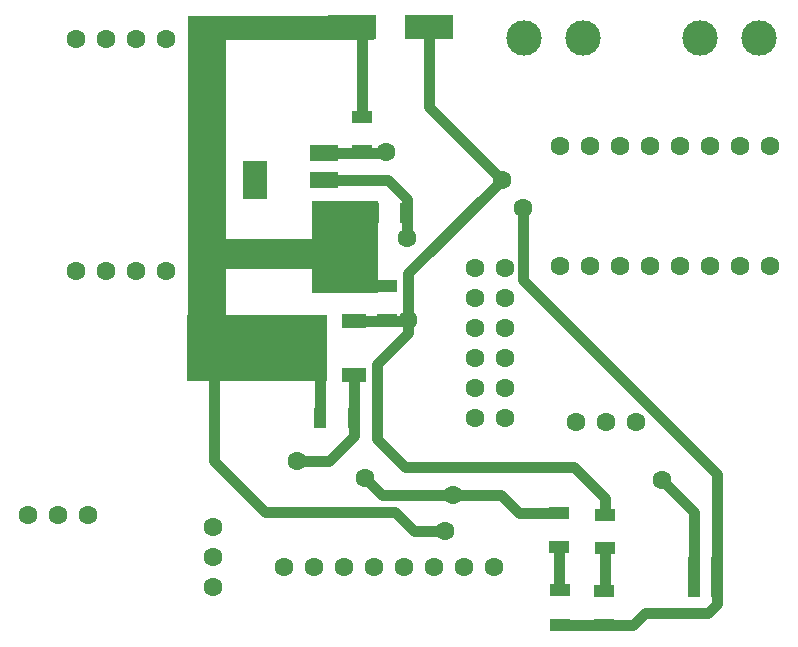
<source format=gtl>
%FSDAX24Y24*%
%MOIN*%
%SFA1B1*%

%IPPOS*%
%ADD10R,0.068900X0.043310*%
%ADD11R,0.043310X0.068900*%
%ADD12R,0.069690X0.040950*%
%ADD13R,0.159450X0.080710*%
%ADD14R,0.066930X0.041340*%
%ADD15R,0.084650X0.039370*%
%ADD16R,0.094490X0.055120*%
%ADD17R,0.084650X0.127950*%
%ADD18R,0.271650X0.216540*%
%ADD19R,0.082680X0.047240*%
%ADD20R,0.039370X0.137800*%
%ADD21C,0.035000*%
%ADD22R,0.519000X0.093000*%
%ADD23R,0.128000X0.530000*%
%ADD24R,0.467000X0.219000*%
%ADD25R,0.623000X0.081000*%
%ADD26R,0.128000X0.504000*%
%ADD27R,0.219000X0.305000*%
%ADD28C,0.062990*%
%ADD29C,0.118110*%
%ADD30C,0.050000*%
%LNpcb_potencia_motores-1*%
%LPD*%
G54D10*
X013760Y013729D03*
Y014851D03*
X014580Y008099D03*
Y009221D03*
G54D11*
X015221Y011660D03*
X014099D03*
X013481Y004820D03*
X012359D03*
G54D12*
X021830Y-002085D03*
Y-000940D03*
X020340Y-002065D03*
Y-000920D03*
G54D13*
X015969Y017850D03*
X013410D03*
G54D14*
X020330Y000526D03*
Y001648D03*
X021840Y000486D03*
Y001608D03*
G54D15*
X012481Y011854D03*
G54D16*
X012481Y012760D03*
Y013665D03*
G54D17*
X010178Y012760D03*
G54D18*
X010992Y007150D03*
G54D19*
X013472Y008047D03*
Y006252D03*
G54D20*
X024800Y-000485D03*
X025587D03*
G54D21*
X014019Y011850D02*
X014109Y011760D01*
X012481Y011850D02*
X014019D01*
X012481Y011331D02*
Y011850D01*
Y012760D02*
X014610D01*
X008730Y010620D02*
X011770D01*
X008570Y010780D02*
X008730Y010620D01*
X013760Y014851D02*
Y017500D01*
X013240Y010010D02*
X014029Y009221D01*
X014580*
X008810Y010010D02*
X013240D01*
X012481Y013665D02*
X014605D01*
X012220Y017850D02*
X013410D01*
X015969Y015200D02*
Y017850D01*
Y015200D02*
X018400Y012770D01*
X015227Y008047D02*
X015282Y008102D01*
X013481Y004820D02*
Y006243D01*
X011810Y007260D02*
X012359Y006711D01*
Y004820D02*
Y006711D01*
X021840Y-000930D02*
Y000486D01*
X013472Y008047D02*
X015227D01*
X014260Y004120D02*
Y006630D01*
X015282Y007652*
Y008102*
X013850Y002820D02*
X014420Y002250D01*
X016780*
X014260Y004120D02*
X015190Y003190D01*
X008720Y006560D02*
X008800Y006480D01*
X020330Y-000910D02*
Y000526D01*
X020340Y-002065D02*
X021810D01*
X018981Y001648D02*
X020330D01*
X018380Y002250D02*
X018981Y001648D01*
X016780Y002250D02*
X018380D01*
X015282Y008102D02*
Y009652D01*
X018400Y012770*
X014610Y012760D02*
X015240Y012130D01*
Y010820D02*
Y012130D01*
X008800Y003400D02*
Y006480D01*
X013481Y004241D02*
Y004820D01*
X012640Y003400D02*
X013481Y004241D01*
X011570Y003400D02*
X012640D01*
X008800D02*
X010500Y001700D01*
X014860*
X015490Y001070*
X016500*
X015190Y003190D02*
X020820D01*
X021840Y002170*
Y001608D02*
Y002170D01*
X019130Y009420D02*
Y011840D01*
X025587Y-000485D02*
Y002962D01*
X019130Y009420D02*
X025587Y002962D01*
X024800Y-000485D02*
Y001709D01*
X023760Y002750D02*
Y002770D01*
Y002750D02*
X024800Y001709D01*
X021830Y-002085D02*
X022774D01*
X025587Y-001372D02*
Y-000485D01*
X022774Y-002085D02*
X023180Y-001680D01*
X025280*
X025587Y-001372*
G54D22*
X011685Y010315D03*
G54D23*
X008570Y010750D03*
G54D24*
X010245Y007165D03*
G54D25*
X011045Y017845D03*
G54D26*
X008570Y015680D03*
G54D27*
X013185Y010525D03*
G54D28*
X002630Y001600D03*
X003630D03*
X004630D03*
X007200Y017470D03*
X006200D03*
X005200D03*
X004200D03*
X007200Y009740D03*
X006200D03*
X005200D03*
X004200D03*
X008780Y-000820D03*
Y000180D03*
Y001180D03*
X020343Y013892D03*
Y009892D03*
X021343D03*
X022343D03*
X023343D03*
X024343D03*
X025343D03*
X026343D03*
X027343D03*
X021343Y013892D03*
X022343D03*
X023343D03*
X024343D03*
X025343D03*
X026343D03*
X027343D03*
X011150Y-000150D03*
X012150D03*
X013150D03*
X014150D03*
X015150D03*
X016150D03*
X017150D03*
X018150D03*
X018530Y004840D03*
X017530D03*
X018530Y005840D03*
X017530D03*
X018530Y006840D03*
X017530D03*
X018530Y007840D03*
X017530D03*
X018530Y008840D03*
X017530D03*
X018530Y009840D03*
X017530D03*
X022880Y004710D03*
X021880D03*
X020880D03*
X014542Y013682D03*
X015282Y008102D03*
X018400Y012770D03*
X013240Y010010D03*
X013850Y002820D03*
X016780Y002250D03*
X015240Y010820D03*
X011570Y003400D03*
X016500Y001070D03*
X019130Y011840D03*
X023760Y002770D03*
G54D29*
X019145Y017500D03*
X021114D03*
X026974D03*
X025005D03*
G54D30*
X008840Y015110D03*
X008870Y014000D03*
M02*
</source>
